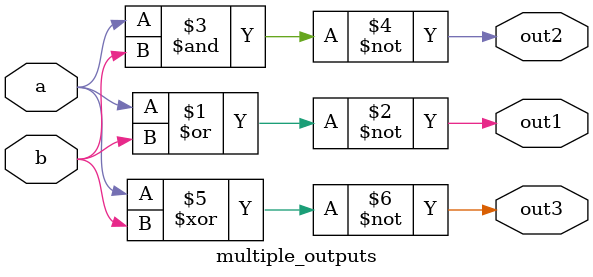
<source format=v>
module multiple_outputs (
  input a,
  input b,
  output reg out1,
  output reg out2,
  output reg out3
);

  assign out1 = ~(a | b);
  assign out2 = ~(a & b);
  assign out3 = ~(a ^ b);

endmodule

</source>
